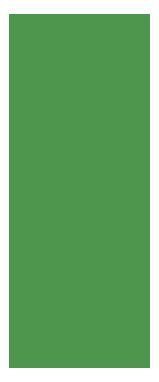
<source format=gbr>
%TF.GenerationSoftware,KiCad,Pcbnew,8.0.0*%
%TF.CreationDate,2024-02-29T12:19:13-08:00*%
%TF.ProjectId,G305_lipo_PMIC,47333035-5f6c-4697-906f-5f504d49432e,rev?*%
%TF.SameCoordinates,Original*%
%TF.FileFunction,Copper,L2,Bot*%
%TF.FilePolarity,Positive*%
%FSLAX46Y46*%
G04 Gerber Fmt 4.6, Leading zero omitted, Abs format (unit mm)*
G04 Created by KiCad (PCBNEW 8.0.0) date 2024-02-29 12:19:13*
%MOMM*%
%LPD*%
G01*
G04 APERTURE LIST*
%TA.AperFunction,ViaPad*%
%ADD10C,0.800000*%
%TD*%
G04 APERTURE END LIST*
D10*
%TO.N,GND*%
X108000000Y-82000000D03*
X101000000Y-99000000D03*
X103800000Y-82000000D03*
X111000000Y-89000000D03*
X107800000Y-89400000D03*
X109800000Y-79800000D03*
X109800000Y-93200000D03*
X107250000Y-80000000D03*
X103400000Y-87800000D03*
X105000000Y-79500000D03*
X102800000Y-74000000D03*
X105674500Y-88000000D03*
X109000000Y-74000000D03*
X107000000Y-74000000D03*
X111000000Y-95000000D03*
X110000000Y-97000000D03*
X111000000Y-85000000D03*
X103800000Y-81000000D03*
X105000000Y-77000000D03*
X101800000Y-90600000D03*
X108600000Y-76600000D03*
X104000000Y-86000000D03*
%TD*%
%TA.AperFunction,Conductor*%
%TO.N,GND*%
G36*
X111943039Y-70019685D02*
G01*
X111988794Y-70072489D01*
X112000000Y-70124000D01*
X112000000Y-99876000D01*
X111980315Y-99943039D01*
X111927511Y-99988794D01*
X111876000Y-100000000D01*
X100124000Y-100000000D01*
X100056961Y-99980315D01*
X100011206Y-99927511D01*
X100000000Y-99876000D01*
X100000000Y-70124000D01*
X100019685Y-70056961D01*
X100072489Y-70011206D01*
X100124000Y-70000000D01*
X111876000Y-70000000D01*
X111943039Y-70019685D01*
G37*
%TD.AperFunction*%
%TD*%
M02*

</source>
